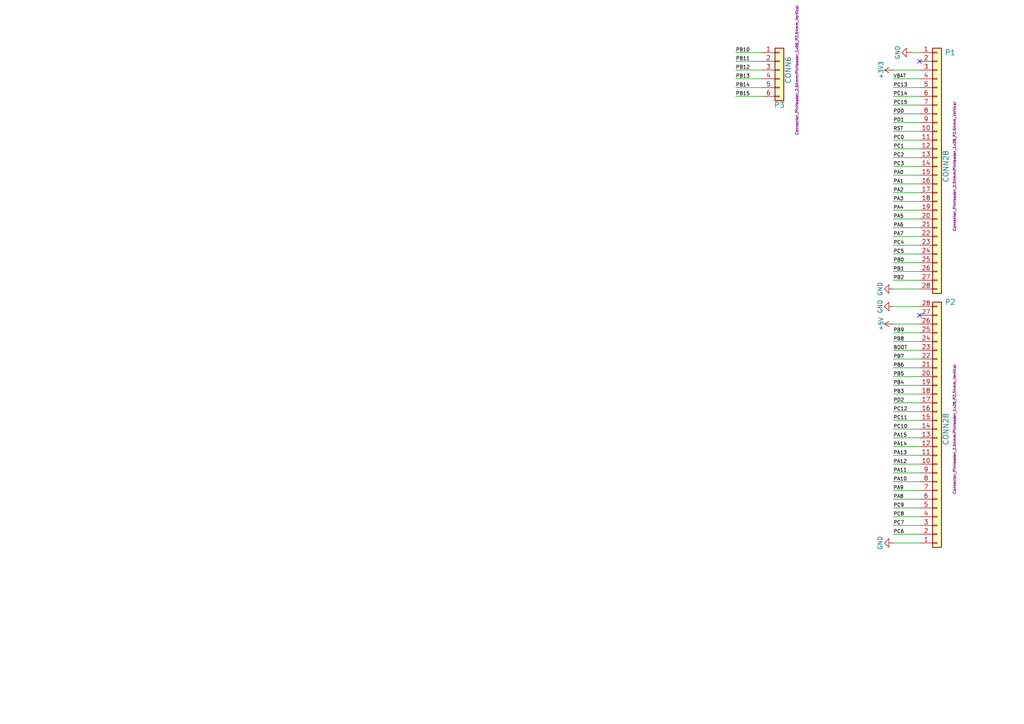
<source format=kicad_sch>
(kicad_sch (version 20250114) (generator "eeschema") (generator_version "9.0")
  (paper "A4")
  (title_block (title "STM32 Value Line Discovery - Shiled board") (date "20 oct 2012") (rev "1.0"))
  (lib_symbols
    (symbol "Connector_Generic:Conn_01x06" (pin_names (offset 1.016) (hide yes))
      (property "Reference" "J" (at 0 7.62 0))
      (property "Value" "Conn_01x06" (at 0 -10.16 0))
      (symbol "Conn_01x06_1_1"
        (rectangle (start -1.27 6.35) (end 1.27 -8.89) (stroke (width 0.254)) (fill (type background)))
        (rectangle (start -1.27 5.207) (end 0 4.953) (stroke (width 0.1524)))
        (rectangle (start -1.27 2.667) (end 0 2.413) (stroke (width 0.1524)))
        (rectangle (start -1.27 0.127) (end 0 -0.127) (stroke (width 0.1524)))
        (rectangle (start -1.27 -2.413) (end 0 -2.667) (stroke (width 0.1524)))
        (rectangle (start -1.27 -4.953) (end 0 -5.207) (stroke (width 0.1524)))
        (rectangle (start -1.27 -7.493) (end 0 -7.747) (stroke (width 0.1524)))
        (pin passive line (at -5.08 5.08 0) (length 3.81) (name "Pin_1") (number "1"))
        (pin passive line (at -5.08 2.54 0) (length 3.81) (name "Pin_2") (number "2"))
        (pin passive line (at -5.08 0 0) (length 3.81) (name "Pin_3") (number "3"))
        (pin passive line (at -5.08 -2.54 0) (length 3.81) (name "Pin_4") (number "4"))
        (pin passive line (at -5.08 -5.08 0) (length 3.81) (name "Pin_5") (number "5"))
        (pin passive line (at -5.08 -7.62 0) (length 3.81) (name "Pin_6") (number "6"))
      )
    )
    (symbol "Connector_Generic:Conn_01x28" (pin_names (offset 1.016) (hide yes))
      (property "Reference" "J" (at 0 35.56 0))
      (property "Value" "Conn_01x28" (at 0 -38.1 0))
      (symbol "Conn_01x28_1_1"
        (rectangle (start -1.27 34.29) (end 1.27 -36.83) (stroke (width 0.254)) (fill (type background)))
        (rectangle (start -1.27 33.147) (end 0 32.893) (stroke (width 0.1524)))
        (rectangle (start -1.27 30.607) (end 0 30.353) (stroke (width 0.1524)))
        (rectangle (start -1.27 28.067) (end 0 27.813) (stroke (width 0.1524)))
        (rectangle (start -1.27 25.527) (end 0 25.273) (stroke (width 0.1524)))
        (rectangle (start -1.27 22.987) (end 0 22.733) (stroke (width 0.1524)))
        (rectangle (start -1.27 20.447) (end 0 20.193) (stroke (width 0.1524)))
        (rectangle (start -1.27 17.907) (end 0 17.653) (stroke (width 0.1524)))
        (rectangle (start -1.27 15.367) (end 0 15.113) (stroke (width 0.1524)))
        (rectangle (start -1.27 12.827) (end 0 12.573) (stroke (width 0.1524)))
        (rectangle (start -1.27 10.287) (end 0 10.033) (stroke (width 0.1524)))
        (rectangle (start -1.27 7.747) (end 0 7.493) (stroke (width 0.1524)))
        (rectangle (start -1.27 5.207) (end 0 4.953) (stroke (width 0.1524)))
        (rectangle (start -1.27 2.667) (end 0 2.413) (stroke (width 0.1524)))
        (rectangle (start -1.27 0.127) (end 0 -0.127) (stroke (width 0.1524)))
        (rectangle (start -1.27 -2.413) (end 0 -2.667) (stroke (width 0.1524)))
        (rectangle (start -1.27 -4.953) (end 0 -5.207) (stroke (width 0.1524)))
        (rectangle (start -1.27 -7.493) (end 0 -7.747) (stroke (width 0.1524)))
        (rectangle (start -1.27 -10.033) (end 0 -10.287) (stroke (width 0.1524)))
        (rectangle (start -1.27 -12.573) (end 0 -12.827) (stroke (width 0.1524)))
        (rectangle (start -1.27 -15.113) (end 0 -15.367) (stroke (width 0.1524)))
        (rectangle (start -1.27 -17.653) (end 0 -17.907) (stroke (width 0.1524)))
        (rectangle (start -1.27 -20.193) (end 0 -20.447) (stroke (width 0.1524)))
        (rectangle (start -1.27 -22.733) (end 0 -22.987) (stroke (width 0.1524)))
        (rectangle (start -1.27 -25.273) (end 0 -25.527) (stroke (width 0.1524)))
        (rectangle (start -1.27 -27.813) (end 0 -28.067) (stroke (width 0.1524)))
        (rectangle (start -1.27 -30.353) (end 0 -30.607) (stroke (width 0.1524)))
        (rectangle (start -1.27 -32.893) (end 0 -33.147) (stroke (width 0.1524)))
        (rectangle (start -1.27 -35.433) (end 0 -35.687) (stroke (width 0.1524)))
        (pin passive line (at -5.08 33.02 0) (length 3.81) (name "Pin_1") (number "1"))
        (pin passive line (at -5.08 30.48 0) (length 3.81) (name "Pin_2") (number "2"))
        (pin passive line (at -5.08 27.94 0) (length 3.81) (name "Pin_3") (number "3"))
        (pin passive line (at -5.08 25.4 0) (length 3.81) (name "Pin_4") (number "4"))
        (pin passive line (at -5.08 22.86 0) (length 3.81) (name "Pin_5") (number "5"))
        (pin passive line (at -5.08 20.32 0) (length 3.81) (name "Pin_6") (number "6"))
        (pin passive line (at -5.08 17.78 0) (length 3.81) (name "Pin_7") (number "7"))
        (pin passive line (at -5.08 15.24 0) (length 3.81) (name "Pin_8") (number "8"))
        (pin passive line (at -5.08 12.7 0) (length 3.81) (name "Pin_9") (number "9"))
        (pin passive line (at -5.08 10.16 0) (length 3.81) (name "Pin_10") (number "10"))
        (pin passive line (at -5.08 7.62 0) (length 3.81) (name "Pin_11") (number "11"))
        (pin passive line (at -5.08 5.08 0) (length 3.81) (name "Pin_12") (number "12"))
        (pin passive line (at -5.08 2.54 0) (length 3.81) (name "Pin_13") (number "13"))
        (pin passive line (at -5.08 0 0) (length 3.81) (name "Pin_14") (number "14"))
        (pin passive line (at -5.08 -2.54 0) (length 3.81) (name "Pin_15") (number "15"))
        (pin passive line (at -5.08 -5.08 0) (length 3.81) (name "Pin_16") (number "16"))
        (pin passive line (at -5.08 -7.62 0) (length 3.81) (name "Pin_17") (number "17"))
        (pin passive line (at -5.08 -10.16 0) (length 3.81) (name "Pin_18") (number "18"))
        (pin passive line (at -5.08 -12.7 0) (length 3.81) (name "Pin_19") (number "19"))
        (pin passive line (at -5.08 -15.24 0) (length 3.81) (name "Pin_20") (number "20"))
        (pin passive line (at -5.08 -17.78 0) (length 3.81) (name "Pin_21") (number "21"))
        (pin passive line (at -5.08 -20.32 0) (length 3.81) (name "Pin_22") (number "22"))
        (pin passive line (at -5.08 -22.86 0) (length 3.81) (name "Pin_23") (number "23"))
        (pin passive line (at -5.08 -25.4 0) (length 3.81) (name "Pin_24") (number "24"))
        (pin passive line (at -5.08 -27.94 0) (length 3.81) (name "Pin_25") (number "25"))
        (pin passive line (at -5.08 -30.48 0) (length 3.81) (name "Pin_26") (number "26"))
        (pin passive line (at -5.08 -33.02 0) (length 3.81) (name "Pin_27") (number "27"))
        (pin passive line (at -5.08 -35.56 0) (length 3.81) (name "Pin_28") (number "28"))
      )
    )
    (symbol "power:+3.3V" (power) (pin_numbers (hide yes)) (pin_names (offset 0) (hide yes))
      (property "Value" "+3.3V" (at 0 3.556 0))
      (symbol "+3.3V_0_1"
        (polyline (pts (xy -0.762 1.27) (xy 0 2.54)))
        (polyline (pts (xy 0 2.54) (xy 0.762 1.27)))
        (polyline (pts (xy 0 0) (xy 0 2.54)))
      )
      (symbol "+3.3V_1_1"
        (pin power_in line (at 0 0 90) (length 0) (name "~") (number "1"))
      )
    )
    (symbol "power:+5V" (power) (pin_numbers (hide yes)) (pin_names (offset 0) (hide yes))
      (property "Value" "+5V" (at 0 3.556 0))
      (symbol "+5V_0_1"
        (polyline (pts (xy -0.762 1.27) (xy 0 2.54)))
        (polyline (pts (xy 0 2.54) (xy 0.762 1.27)))
        (polyline (pts (xy 0 0) (xy 0 2.54)))
      )
      (symbol "+5V_1_1"
        (pin power_in line (at 0 0 90) (length 0) (name "~") (number "1"))
      )
    )
    (symbol "power:GND" (power) (pin_numbers (hide yes)) (pin_names (offset 0) (hide yes))
      (property "Value" "GND" (at 0 -3.81 0))
      (symbol "GND_0_1"
        (polyline (pts (xy 0 0) (xy 0 -1.27) (xy 1.27 -1.27) (xy 0 -2.54) (xy -1.27 -1.27) (xy 0 -1.27)))
      )
      (symbol "GND_1_1"
        (pin power_in line (at 0 0 270) (length 0) (name "~") (number "1"))
      )
    )
  )
  (no_connect (at 266.7 91.44))
  (no_connect (at 266.7 17.78))
  (wire (pts (xy 266.7 93.98) (xy 259.08 93.98)))
  (wire (pts (xy 266.7 149.86) (xy 259.08 149.86)))
  (wire (pts (xy 266.7 106.68) (xy 259.08 106.68)))
  (wire (pts (xy 266.7 63.5) (xy 259.08 63.5)))
  (wire (pts (xy 266.7 40.64) (xy 259.08 40.64)))
  (wire (pts (xy 266.7 137.16) (xy 259.08 137.16)))
  (wire (pts (xy 220.98 25.4) (xy 213.36 25.4)))
  (wire (pts (xy 266.7 99.06) (xy 259.08 99.06)))
  (wire (pts (xy 266.7 78.74) (xy 259.08 78.74)))
  (wire (pts (xy 266.7 20.32) (xy 259.08 20.32)))
  (wire (pts (xy 266.7 48.26) (xy 259.08 48.26)))
  (wire (pts (xy 266.7 66.04) (xy 259.08 66.04)))
  (wire (pts (xy 266.7 27.94) (xy 259.08 27.94)))
  (wire (pts (xy 266.7 71.12) (xy 259.08 71.12)))
  (wire (pts (xy 266.7 157.48) (xy 259.08 157.48)))
  (wire (pts (xy 220.98 27.94) (xy 213.36 27.94)))
  (wire (pts (xy 266.7 58.42) (xy 259.08 58.42)))
  (wire (pts (xy 266.7 43.18) (xy 259.08 43.18)))
  (wire (pts (xy 220.98 15.24) (xy 213.36 15.24)))
  (wire (pts (xy 266.7 132.08) (xy 259.08 132.08)))
  (wire (pts (xy 266.7 114.3) (xy 259.08 114.3)))
  (wire (pts (xy 266.7 124.46) (xy 259.08 124.46)))
  (wire (pts (xy 266.7 104.14) (xy 259.08 104.14)))
  (wire (pts (xy 266.7 116.84) (xy 259.08 116.84)))
  (wire (pts (xy 266.7 83.82) (xy 259.08 83.82)))
  (wire (pts (xy 266.7 25.4) (xy 259.08 25.4)))
  (wire (pts (xy 266.7 15.24) (xy 264.16 15.24)))
  (wire (pts (xy 266.7 35.56) (xy 259.08 35.56)))
  (wire (pts (xy 220.98 17.78) (xy 213.36 17.78)))
  (wire (pts (xy 266.7 81.28) (xy 259.08 81.28)))
  (wire (pts (xy 266.7 45.72) (xy 259.08 45.72)))
  (wire (pts (xy 266.7 33.02) (xy 259.08 33.02)))
  (wire (pts (xy 266.7 134.62) (xy 259.08 134.62)))
  (wire (pts (xy 266.7 68.58) (xy 259.08 68.58)))
  (wire (pts (xy 266.7 73.66) (xy 259.08 73.66)))
  (wire (pts (xy 266.7 142.24) (xy 259.08 142.24)))
  (wire (pts (xy 266.7 144.78) (xy 259.08 144.78)))
  (wire (pts (xy 266.7 152.4) (xy 259.08 152.4)))
  (wire (pts (xy 266.7 30.48) (xy 259.08 30.48)))
  (wire (pts (xy 266.7 109.22) (xy 259.08 109.22)))
  (wire (pts (xy 266.7 88.9) (xy 259.08 88.9)))
  (wire (pts (xy 266.7 76.2) (xy 259.08 76.2)))
  (wire (pts (xy 266.7 60.96) (xy 259.08 60.96)))
  (wire (pts (xy 220.98 22.86) (xy 213.36 22.86)))
  (wire (pts (xy 266.7 96.52) (xy 259.08 96.52)))
  (wire (pts (xy 266.7 53.34) (xy 259.08 53.34)))
  (wire (pts (xy 266.7 50.8) (xy 259.08 50.8)))
  (wire (pts (xy 266.7 127) (xy 259.08 127)))
  (wire (pts (xy 266.7 22.86) (xy 259.08 22.86)))
  (wire (pts (xy 266.7 147.32) (xy 259.08 147.32)))
  (wire (pts (xy 266.7 154.94) (xy 259.08 154.94)))
  (wire (pts (xy 266.7 119.38) (xy 259.08 119.38)))
  (wire (pts (xy 266.7 121.92) (xy 259.08 121.92)))
  (wire (pts (xy 266.7 38.1) (xy 259.08 38.1)))
  (wire (pts (xy 266.7 55.88) (xy 259.08 55.88)))
  (wire (pts (xy 266.7 111.76) (xy 259.08 111.76)))
  (wire (pts (xy 266.7 101.6) (xy 259.08 101.6)))
  (wire (pts (xy 266.7 129.54) (xy 259.08 129.54)))
  (wire (pts (xy 220.98 20.32) (xy 213.36 20.32)))
  (wire (pts (xy 266.7 139.7) (xy 259.08 139.7)))
  (label "PB8" (at 259.08 99.06 0) (effects (font (size 1.016 1.016))))
  (label "PA7" (at 259.08 68.58 0) (effects (font (size 1.016 1.016))))
  (label "PB9" (at 259.08 96.52 0) (effects (font (size 1.016 1.016))))
  (label "PA6" (at 259.08 66.04 0) (effects (font (size 1.016 1.016))))
  (label "PB5" (at 259.08 109.22 0) (effects (font (size 1.016 1.016))))
  (label "PC1" (at 259.08 43.18 0) (effects (font (size 1.016 1.016))))
  (label "PA13" (at 259.08 132.08 0) (effects (font (size 1.016 1.016))))
  (label "PA10" (at 259.08 139.7 0) (effects (font (size 1.016 1.016))))
  (label "PB1" (at 259.08 78.74 0) (effects (font (size 1.016 1.016))))
  (label "PA9" (at 259.08 142.24 0) (effects (font (size 1.016 1.016))))
  (label "PB6" (at 259.08 106.68 0) (effects (font (size 1.016 1.016))))
  (label "PC9" (at 259.08 147.32 0) (effects (font (size 1.016 1.016))))
  (label "PA15" (at 259.08 127 0) (effects (font (size 1.016 1.016))))
  (label "PB10" (at 213.36 15.24 0) (effects (font (size 1.016 1.016))))
  (label "PC13" (at 259.08 25.4 0) (effects (font (size 1.016 1.016))))
  (label "PB15" (at 213.36 27.94 0) (effects (font (size 1.016 1.016))))
  (label "PA0" (at 259.08 50.8 0) (effects (font (size 1.016 1.016))))
  (label "PD0" (at 259.08 33.02 0) (effects (font (size 1.016 1.016))))
  (label "RST" (at 259.08 38.1 0) (effects (font (size 1.016 1.016))))
  (label "PA14" (at 259.08 129.54 0) (effects (font (size 1.016 1.016))))
  (label "PB11" (at 213.36 17.78 0) (effects (font (size 1.016 1.016))))
  (label "PB3" (at 259.08 114.3 0) (effects (font (size 1.016 1.016))))
  (label "PA8" (at 259.08 144.78 0) (effects (font (size 1.016 1.016))))
  (label "PA12" (at 259.08 134.62 0) (effects (font (size 1.016 1.016))))
  (label "PC10" (at 259.08 124.46 0) (effects (font (size 1.016 1.016))))
  (label "PC11" (at 259.08 121.92 0) (effects (font (size 1.016 1.016))))
  (label "PC6" (at 259.08 154.94 0) (effects (font (size 1.016 1.016))))
  (label "PC14" (at 259.08 27.94 0) (effects (font (size 1.016 1.016))))
  (label "PA3" (at 259.08 58.42 0) (effects (font (size 1.016 1.016))))
  (label "PD2" (at 259.08 116.84 0) (effects (font (size 1.016 1.016))))
  (label "PD1" (at 259.08 35.56 0) (effects (font (size 1.016 1.016))))
  (label "PC7" (at 259.08 152.4 0) (effects (font (size 1.016 1.016))))
  (label "PB12" (at 213.36 20.32 0) (effects (font (size 1.016 1.016))))
  (label "PB14" (at 213.36 25.4 0) (effects (font (size 1.016 1.016))))
  (label "PC12" (at 259.08 119.38 0) (effects (font (size 1.016 1.016))))
  (label "PB2" (at 259.08 81.28 0) (effects (font (size 1.016 1.016))))
  (label "PC15" (at 259.08 30.48 0) (effects (font (size 1.016 1.016))))
  (label "PA5" (at 259.08 63.5 0) (effects (font (size 1.016 1.016))))
  (label "PA11" (at 259.08 137.16 0) (effects (font (size 1.016 1.016))))
  (label "VBAT" (at 259.08 22.86 0) (effects (font (size 1.016 1.016))))
  (label "PC2" (at 259.08 45.72 0) (effects (font (size 1.016 1.016))))
  (label "PB4" (at 259.08 111.76 0) (effects (font (size 1.016 1.016))))
  (label "PC3" (at 259.08 48.26 0) (effects (font (size 1.016 1.016))))
  (label "PB13" (at 213.36 22.86 0) (effects (font (size 1.016 1.016))))
  (label "PC4" (at 259.08 71.12 0) (effects (font (size 1.016 1.016))))
  (label "PC8" (at 259.08 149.86 0) (effects (font (size 1.016 1.016))))
  (label "BOOT" (at 259.08 101.6 0) (effects (font (size 1.016 1.016))))
  (label "PA4" (at 259.08 60.96 0) (effects (font (size 1.016 1.016))))
  (label "PA1" (at 259.08 53.34 0) (effects (font (size 1.016 1.016))))
  (label "PB7" (at 259.08 104.14 0) (effects (font (size 1.016 1.016))))
  (label "PA2" (at 259.08 55.88 0) (effects (font (size 1.016 1.016))))
  (label "PC5" (at 259.08 73.66 0) (effects (font (size 1.016 1.016))))
  (label "PC0" (at 259.08 40.64 0) (effects (font (size 1.016 1.016))))
  (label "PB0" (at 259.08 76.2 0) (effects (font (size 1.016 1.016))))
  (symbol (lib_id "Connector_Generic:Conn_01x28") (at 271.78 48.26 0) (unit 1)
    (property "Reference" "P1" (at 275.59 15.24 0) (effects (font (size 1.524 1.524))))
    (property "Value" "CONN28" (at 274.32 48.26 90) (effects (font (size 1.524 1.524))))
    (property "Footprint" "Connector_PinHeader_2.54mm:PinHeader_1x28_P2.54mm_Vertical" (at 276.86 48.26 90) (effects (font (size 0.762 0.762))))
    (property "Description" "Generic connector, single row, 01x28, script generated (kicad-library-utils/schlib/autogen/connector/)" (effects (hide yes)))
  )
  (symbol (lib_id "Connector_Generic:Conn_01x28") (at 271.78 124.46 0) (mirror x) (unit 1)
    (property "Reference" "P2" (at 275.59 87.63 0) (effects (font (size 1.524 1.524))))
    (property "Value" "CONN28" (at 274.32 124.46 90) (effects (font (size 1.524 1.524))))
    (property "Footprint" "Connector_PinHeader_2.54mm:PinHeader_1x28_P2.54mm_Vertical" (at 276.86 124.46 90) (effects (font (size 0.762 0.762))))
    (property "Description" "Generic connector, single row, 01x28, script generated (kicad-library-utils/schlib/autogen/connector/)" (effects (hide yes)))
  )
  (symbol (lib_id "Connector_Generic:Conn_01x06") (at 226.06 20.32 0) (unit 1)
    (property "Reference" "P3" (at 226.06 30.48 0) (effects (font (size 1.524 1.524))))
    (property "Value" "CONN6" (at 228.6 20.32 90) (effects (font (size 1.524 1.524))))
    (property "Footprint" "Connector_PinHeader_2.54mm:PinHeader_1x06_P2.54mm_Vertical" (at 231.14 20.32 90) (effects (font (size 0.762 0.762))))
    (property "Description" "Generic connector, single row, 01x06, script generated (kicad-library-utils/schlib/autogen/connector/)" (effects (hide yes)))
  )
  (symbol (lib_id "power:GND") (at 264.16 15.24 270) (unit 1)
    (property "Reference" "#PWR01" (effects (hide yes)))
    (property "Value" "GND" (at 260.35 15.24 0))
    (property "Description" "Power symbol creates a global label with name \"GND\" , ground" (effects (hide yes)))
  )
  (symbol (lib_id "power:GND") (at 259.08 83.82 270) (unit 1)
    (property "Reference" "#PWR02" (effects (hide yes)))
    (property "Value" "GND" (at 255.27 83.82 0))
    (property "Description" "Power symbol creates a global label with name \"GND\" , ground" (effects (hide yes)))
  )
  (symbol (lib_id "power:GND") (at 259.08 88.9 270) (unit 1)
    (property "Reference" "#PWR03" (effects (hide yes)))
    (property "Value" "GND" (at 255.27 88.9 0))
    (property "Description" "Power symbol creates a global label with name \"GND\" , ground" (effects (hide yes)))
  )
  (symbol (lib_id "power:GND") (at 259.08 157.48 270) (unit 1)
    (property "Reference" "#PWR04" (effects (hide yes)))
    (property "Value" "GND" (at 255.27 157.48 0))
    (property "Description" "Power symbol creates a global label with name \"GND\" , ground" (effects (hide yes)))
  )
  (symbol (lib_id "power:+3.3V") (at 259.08 20.32 90) (unit 1)
    (property "Reference" "#PWR05" (effects (hide yes)))
    (property "Value" "+3V3" (at 255.524 20.32 0))
    (property "Description" "Power symbol creates a global label with name \"+3.3V\"" (effects (hide yes)))
  )
  (symbol (lib_id "power:+5V") (at 259.08 93.98 90) (unit 1)
    (property "Reference" "#PWR06" (effects (hide yes)))
    (property "Value" "+5V" (at 255.524 93.98 0))
    (property "Description" "Power symbol creates a global label with name \"+5V\"" (effects (hide yes)))
  )
)
</source>
